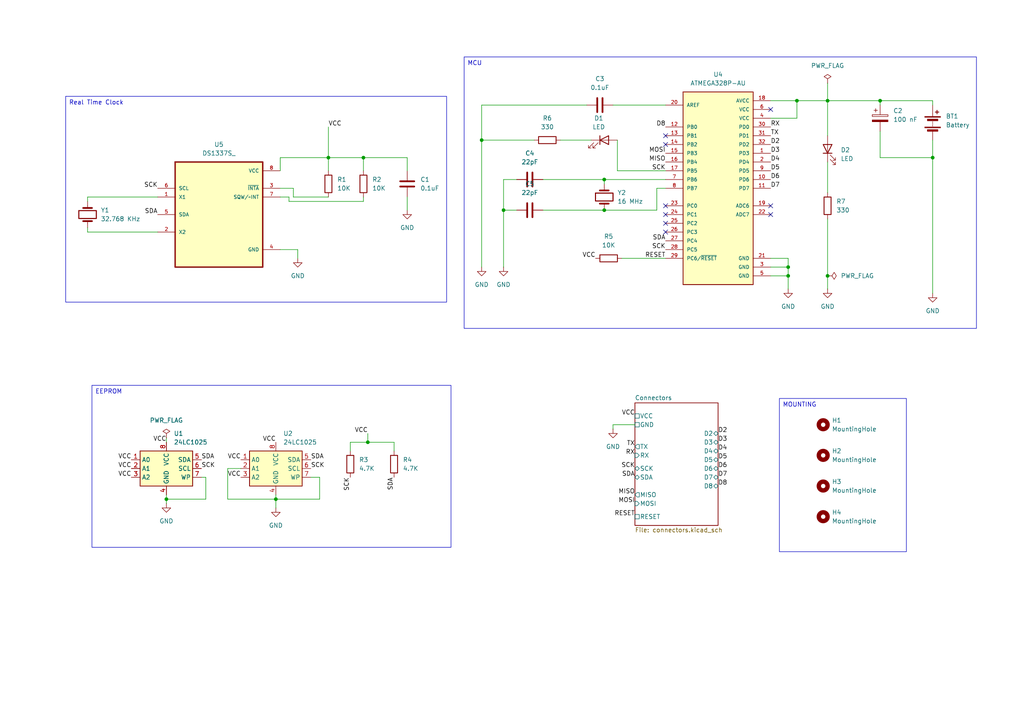
<source format=kicad_sch>
(kicad_sch (version 20250114) (generator "eeschema") (generator_version "9.0")
  (paper "A4")
  (title_block (title "${Project name}") (date "2025-05-28") (rev "1"))
  (lib_symbols
    (symbol "ATMEGA328P-AU:ATMEGA328P-AU" (pin_names (offset 1.016))
      (property "Reference" "U4" (at 0 33.02 0))
      (property "Value" "ATMEGA328P-AU" (at 0 30.48 0))
      (symbol "ATMEGA328P-AU_0_0"
        (rectangle (start -10.16 27.94) (end 10.16 -27.94) (stroke (width 0.254)) (fill (type background)))
        (pin input line (at -15.24 24.13 0) (length 5.08) (name "AREF") (number "20"))
        (pin bidirectional line (at -15.24 17.78 0) (length 5.08) (name "PB0") (number "12"))
        (pin bidirectional line (at -15.24 15.24 0) (length 5.08) (name "PB1") (number "13"))
        (pin bidirectional line (at -15.24 12.7 0) (length 5.08) (name "PB2") (number "14"))
        (pin bidirectional line (at -15.24 10.16 0) (length 5.08) (name "PB3") (number "15"))
        (pin bidirectional line (at -15.24 7.62 0) (length 5.08) (name "PB4") (number "16"))
        (pin bidirectional line (at -15.24 5.08 0) (length 5.08) (name "PB5") (number "17"))
        (pin bidirectional line (at -15.24 2.54 0) (length 5.08) (name "PB6") (number "7"))
        (pin bidirectional line (at -15.24 0 0) (length 5.08) (name "PB7") (number "8"))
        (pin bidirectional line (at -15.24 -5.08 0) (length 5.08) (name "PC0") (number "23"))
        (pin bidirectional line (at -15.24 -7.62 0) (length 5.08) (name "PC1") (number "24"))
        (pin bidirectional line (at -15.24 -10.16 0) (length 5.08) (name "PC2") (number "25"))
        (pin bidirectional line (at -15.24 -12.7 0) (length 5.08) (name "PC3") (number "26"))
        (pin bidirectional line (at -15.24 -15.24 0) (length 5.08) (name "PC4") (number "27"))
        (pin bidirectional line (at -15.24 -17.78 0) (length 5.08) (name "PC5") (number "28"))
        (pin bidirectional line (at -15.24 -20.32 0) (length 5.08) (name "PC6/~{RESET}") (number "29"))
        (pin power_in line (at 15.24 25.4 180) (length 5.08) (name "AVCC") (number "18"))
        (pin power_in line (at 15.24 22.86 180) (length 5.08) (name "VCC") (number "6"))
        (pin power_in line (at 15.24 20.32 180) (length 5.08) (name "VCC") (number "4"))
        (pin bidirectional line (at 15.24 17.78 180) (length 5.08) (name "PD0") (number "30"))
        (pin bidirectional line (at 15.24 15.24 180) (length 5.08) (name "PD1") (number "31"))
        (pin bidirectional line (at 15.24 12.7 180) (length 5.08) (name "PD2") (number "32"))
        (pin bidirectional line (at 15.24 10.16 180) (length 5.08) (name "PD3") (number "1"))
        (pin bidirectional line (at 15.24 7.62 180) (length 5.08) (name "PD4") (number "2"))
        (pin bidirectional line (at 15.24 5.08 180) (length 5.08) (name "PD5") (number "9"))
        (pin bidirectional line (at 15.24 2.54 180) (length 5.08) (name "PD6") (number "10"))
        (pin bidirectional line (at 15.24 0 180) (length 5.08) (name "PD7") (number "11"))
        (pin bidirectional line (at 15.24 -5.08 180) (length 5.08) (name "ADC6") (number "19"))
        (pin bidirectional line (at 15.24 -7.62 180) (length 5.08) (name "ADC7") (number "22"))
        (pin power_in line (at 15.24 -20.32 180) (length 5.08) (name "GND") (number "21"))
        (pin power_in line (at 15.24 -22.86 180) (length 5.08) (name "GND") (number "3"))
        (pin power_in line (at 15.24 -25.4 180) (length 5.08) (name "GND") (number "5"))
      )
    )
    (symbol "DS1337S_:DS1337S_" (pin_names (offset 1.016))
      (property "Reference" "U" (at -12.7 16.24 0))
      (property "Value" "DS1337S_" (at -12.7 -19.24 0))
      (symbol "DS1337S__0_0"
        (rectangle (start -12.7 -15.24) (end 12.7 15.24) (stroke (width 0.41)) (fill (type background)))
        (pin input line (at -17.78 7.62 0) (length 5.08) (name "SCL") (number "6"))
        (pin input line (at -17.78 5.08 0) (length 5.08) (name "X1") (number "1"))
        (pin bidirectional line (at -17.78 0 0) (length 5.08) (name "SDA") (number "5"))
        (pin bidirectional line (at -17.78 -5.08 0) (length 5.08) (name "X2") (number "2"))
        (pin power_in line (at 17.78 12.7 180) (length 5.08) (name "VCC") (number "8"))
        (pin output line (at 17.78 7.62 180) (length 5.08) (name "~{INTA}") (number "3"))
        (pin output line (at 17.78 5.08 180) (length 5.08) (name "SQW/~INT") (number "7"))
        (pin power_in line (at 17.78 -10.16 180) (length 5.08) (name "GND") (number "4"))
      )
    )
    (symbol "Device:Battery" (pin_numbers (hide yes)) (pin_names (offset 0) (hide yes))
      (property "Reference" "BT" (at 2.54 2.54 0))
      (property "Value" "Battery" (at 2.54 0 0))
      (symbol "Battery_0_1"
        (rectangle (start -2.286 1.778) (end 2.286 1.524) (fill (type outline)))
        (rectangle (start -2.286 -1.27) (end 2.286 -1.524) (fill (type outline)))
        (rectangle (start -1.524 1.016) (end 1.524 0.508) (fill (type outline)))
        (rectangle (start -1.524 -2.032) (end 1.524 -2.54) (fill (type outline)))
        (polyline (pts (xy 0 1.778) (xy 0 2.54)))
        (polyline (pts (xy 0 0) (xy 0 0.254)))
        (polyline (pts (xy 0 -0.508) (xy 0 -0.254)))
        (polyline (pts (xy 0 -1.016) (xy 0 -0.762)))
        (polyline (pts (xy 0.762 3.048) (xy 1.778 3.048)) (stroke (width 0.254)))
        (polyline (pts (xy 1.27 3.556) (xy 1.27 2.54)) (stroke (width 0.254)))
      )
      (symbol "Battery_1_1"
        (pin passive line (at 0 5.08 270) (length 2.54) (name "+") (number "1"))
        (pin passive line (at 0 -5.08 90) (length 2.54) (name "-") (number "2"))
      )
    )
    (symbol "Device:C" (pin_numbers (hide yes)) (pin_names (offset 0.254))
      (property "Reference" "C" (at 0.635 2.54 0))
      (property "Value" "C" (at 0.635 -2.54 0))
      (symbol "C_0_1"
        (polyline (pts (xy -2.032 0.762) (xy 2.032 0.762)) (stroke (width 0.508)))
        (polyline (pts (xy -2.032 -0.762) (xy 2.032 -0.762)) (stroke (width 0.508)))
      )
      (symbol "C_1_1"
        (pin passive line (at 0 3.81 270) (length 2.794) (name "~") (number "1"))
        (pin passive line (at 0 -3.81 90) (length 2.794) (name "~") (number "2"))
      )
    )
    (symbol "Device:C_Polarized" (pin_numbers (hide yes)) (pin_names (offset 0.254))
      (property "Reference" "C" (at 0.635 2.54 0))
      (property "Value" "C_Polarized" (at 0.635 -2.54 0))
      (symbol "C_Polarized_0_1"
        (rectangle (start -2.286 0.508) (end 2.286 1.016))
        (polyline (pts (xy -1.778 2.286) (xy -0.762 2.286)))
        (polyline (pts (xy -1.27 2.794) (xy -1.27 1.778)))
        (rectangle (start 2.286 -0.508) (end -2.286 -1.016) (fill (type outline)))
      )
      (symbol "C_Polarized_1_1"
        (pin passive line (at 0 3.81 270) (length 2.794) (name "~") (number "1"))
        (pin passive line (at 0 -3.81 90) (length 2.794) (name "~") (number "2"))
      )
    )
    (symbol "Device:Crystal" (pin_numbers (hide yes)) (pin_names (offset 1.016) (hide yes))
      (property "Reference" "Y" (at 0 3.81 0))
      (property "Value" "Crystal" (at 0 -3.81 0))
      (symbol "Crystal_0_1"
        (polyline (pts (xy -2.54 0) (xy -1.905 0)))
        (polyline (pts (xy -1.905 -1.27) (xy -1.905 1.27)) (stroke (width 0.508)))
        (rectangle (start -1.143 2.54) (end 1.143 -2.54) (stroke (width 0.3048)))
        (polyline (pts (xy 1.905 -1.27) (xy 1.905 1.27)) (stroke (width 0.508)))
        (polyline (pts (xy 2.54 0) (xy 1.905 0)))
      )
      (symbol "Crystal_1_1"
        (pin passive line (at -3.81 0 0) (length 1.27) (name "1") (number "1"))
        (pin passive line (at 3.81 0 180) (length 1.27) (name "2") (number "2"))
      )
    )
    (symbol "Device:LED" (pin_numbers (hide yes)) (pin_names (offset 1.016) (hide yes))
      (property "Reference" "D" (at 0 2.54 0))
      (property "Value" "LED" (at 0 -2.54 0))
      (symbol "LED_0_1"
        (polyline (pts (xy -3.048 -0.762) (xy -4.572 -2.286) (xy -3.81 -2.286) (xy -4.572 -2.286) (xy -4.572 -1.524)))
        (polyline (pts (xy -1.778 -0.762) (xy -3.302 -2.286) (xy -2.54 -2.286) (xy -3.302 -2.286) (xy -3.302 -1.524)))
        (polyline (pts (xy -1.27 0) (xy 1.27 0)))
        (polyline (pts (xy -1.27 -1.27) (xy -1.27 1.27)) (stroke (width 0.254)))
        (polyline (pts (xy 1.27 -1.27) (xy 1.27 1.27) (xy -1.27 0) (xy 1.27 -1.27)) (stroke (width 0.254)))
      )
      (symbol "LED_1_1"
        (pin passive line (at -3.81 0 0) (length 2.54) (name "K") (number "1"))
        (pin passive line (at 3.81 0 180) (length 2.54) (name "A") (number "2"))
      )
    )
    (symbol "Device:R" (pin_numbers (hide yes)) (pin_names (offset 0))
      (property "Reference" "R" (at 2.032 0 90))
      (property "Value" "R" (at 0 0 90))
      (symbol "R_0_1"
        (rectangle (start -1.016 -2.54) (end 1.016 2.54) (stroke (width 0.254)))
      )
      (symbol "R_1_1"
        (pin passive line (at 0 3.81 270) (length 1.27) (name "~") (number "1"))
        (pin passive line (at 0 -3.81 90) (length 1.27) (name "~") (number "2"))
      )
    )
    (symbol "Mechanical:MountingHole" (pin_names (offset 1.016)) (in_bom no)
      (property "Reference" "H" (at 0 5.08 0))
      (property "Value" "MountingHole" (at 0 3.175 0))
      (symbol "MountingHole_0_1"
        (circle (center 0 0) (radius 1.27) (stroke (width 1.27)))
      )
    )
    (symbol "Memory_EEPROM:24LC1025"
      (property "Reference" "U" (at -6.35 6.35 0))
      (property "Value" "24LC1025" (at 1.27 6.35 0))
      (symbol "24LC1025_1_1"
        (rectangle (start -7.62 5.08) (end 7.62 -5.08) (stroke (width 0.254)) (fill (type background)))
        (pin input line (at -10.16 2.54 0) (length 2.54) (name "A0") (number "1"))
        (pin input line (at -10.16 0 0) (length 2.54) (name "A1") (number "2"))
        (pin input line (at -10.16 -2.54 0) (length 2.54) (name "A2") (number "3"))
        (pin power_in line (at 0 7.62 270) (length 2.54) (name "VCC") (number "8"))
        (pin power_in line (at 0 -7.62 90) (length 2.54) (name "GND") (number "4"))
        (pin bidirectional line (at 10.16 2.54 180) (length 2.54) (name "SDA") (number "5"))
        (pin input line (at 10.16 0 180) (length 2.54) (name "SCL") (number "6"))
        (pin input line (at 10.16 -2.54 180) (length 2.54) (name "WP") (number "7"))
      )
    )
    (symbol "power:GND" (power) (pin_numbers (hide yes)) (pin_names (offset 0) (hide yes))
      (property "Value" "GND" (at 0 -3.81 0))
      (symbol "GND_0_1"
        (polyline (pts (xy 0 0) (xy 0 -1.27) (xy 1.27 -1.27) (xy 0 -2.54) (xy -1.27 -1.27) (xy 0 -1.27)))
      )
      (symbol "GND_1_1"
        (pin power_in line (at 0 0 270) (length 0) (name "~") (number "1"))
      )
    )
    (symbol "power:PWR_FLAG" (power) (pin_numbers (hide yes)) (pin_names (offset 0) (hide yes))
      (property "Value" "PWR_FLAG" (at 0 3.81 0))
      (symbol "PWR_FLAG_0_0"
        (pin power_out line (at 0 0 90) (length 0) (name "~") (number "1"))
      )
      (symbol "PWR_FLAG_0_1"
        (polyline (pts (xy 0 0) (xy 0 1.27) (xy -1.016 1.905) (xy 0 2.54) (xy 1.016 1.905) (xy 0 1.27)))
      )
    )
  )
  (text_box "Real Time Clock" (at 19.05 27.94 0) (size 110.49 59.69) (margins 0.9525 0.9525 0.9525 0.9525) (effects (font (size 1.27 1.27)) (justify left top)))
  (text_box "MCU\n" (at 134.62 16.51 0) (size 148.59 78.74) (margins 0.9525 0.9525 0.9525 0.9525) (effects (font (size 1.27 1.27)) (justify left top)))
  (text_box "MOUNTING" (at 226.06 115.57 0) (size 36.83 44.45) (margins 0.9525 0.9525 0.9525 0.9525) (effects (font (size 1.27 1.27)) (justify left top)))
  (text_box "EEPROM" (at 26.67 111.76 0) (size 104.14 46.99) (margins 0.9525 0.9525 0.9525 0.9525) (effects (font (size 1.27 1.27)) (justify left top)))
  (junction (at 231.14 29.21))
  (junction (at 95.25 45.72))
  (junction (at 255.27 29.21))
  (junction (at 240.03 29.21))
  (junction (at 146.05 60.96))
  (junction (at 139.7 40.64))
  (junction (at 270.51 45.72))
  (junction (at 175.26 60.96))
  (junction (at 80.01 144.78))
  (junction (at 48.26 144.78))
  (junction (at 228.6 80.01))
  (junction (at 106.68 128.27))
  (junction (at 105.41 45.72))
  (junction (at 240.03 80.01))
  (junction (at 175.26 52.07))
  (junction (at 228.6 77.47))
  (no_connect (at 193.04 62.23))
  (no_connect (at 223.52 31.75))
  (no_connect (at 193.04 67.31))
  (no_connect (at 193.04 64.77))
  (no_connect (at 193.04 59.69))
  (no_connect (at 223.52 62.23))
  (no_connect (at 193.04 39.37))
  (no_connect (at 193.04 41.91))
  (no_connect (at 223.52 59.69))
  (wire (pts (xy 25.4 67.31) (xy 25.4 66.04)))
  (wire (pts (xy 101.6 128.27) (xy 106.68 128.27)))
  (wire (pts (xy 83.82 57.15) (xy 83.82 58.42)))
  (wire (pts (xy 48.26 127) (xy 48.26 128.27)))
  (wire (pts (xy 48.26 143.51) (xy 48.26 144.78)))
  (wire (pts (xy 48.26 144.78) (xy 48.26 146.05)))
  (wire (pts (xy 154.94 40.64) (xy 139.7 40.64)))
  (wire (pts (xy 231.14 34.29) (xy 231.14 29.21)))
  (wire (pts (xy 270.51 40.64) (xy 270.51 45.72)))
  (wire (pts (xy 255.27 29.21) (xy 270.51 29.21)))
  (wire (pts (xy 45.72 57.15) (xy 25.4 57.15)))
  (wire (pts (xy 177.8 123.19) (xy 184.15 123.19)))
  (wire (pts (xy 162.56 40.64) (xy 171.45 40.64)))
  (wire (pts (xy 255.27 45.72) (xy 270.51 45.72)))
  (wire (pts (xy 66.04 135.89) (xy 66.04 144.78)))
  (wire (pts (xy 190.5 60.96) (xy 190.5 54.61)))
  (wire (pts (xy 95.25 45.72) (xy 105.41 45.72)))
  (wire (pts (xy 81.28 54.61) (xy 85.09 54.61)))
  (wire (pts (xy 48.26 144.78) (xy 59.69 144.78)))
  (wire (pts (xy 86.36 72.39) (xy 86.36 74.93)))
  (wire (pts (xy 105.41 45.72) (xy 105.41 49.53)))
  (wire (pts (xy 69.85 135.89) (xy 66.04 135.89)))
  (wire (pts (xy 139.7 40.64) (xy 139.7 77.47)))
  (wire (pts (xy 228.6 80.01) (xy 228.6 83.82)))
  (wire (pts (xy 228.6 77.47) (xy 228.6 80.01)))
  (wire (pts (xy 146.05 52.07) (xy 146.05 60.96)))
  (wire (pts (xy 118.11 57.15) (xy 118.11 60.96)))
  (wire (pts (xy 157.48 52.07) (xy 175.26 52.07)))
  (wire (pts (xy 95.25 36.83) (xy 95.25 45.72)))
  (wire (pts (xy 105.41 45.72) (xy 118.11 45.72)))
  (wire (pts (xy 95.25 45.72) (xy 95.25 49.53)))
  (wire (pts (xy 90.17 138.43) (xy 92.71 138.43)))
  (wire (pts (xy 223.52 80.01) (xy 228.6 80.01)))
  (wire (pts (xy 179.07 40.64) (xy 179.07 49.53)))
  (wire (pts (xy 177.8 124.46) (xy 177.8 123.19)))
  (wire (pts (xy 59.69 138.43) (xy 59.69 144.78)))
  (wire (pts (xy 149.86 52.07) (xy 146.05 52.07)))
  (wire (pts (xy 179.07 49.53) (xy 193.04 49.53)))
  (wire (pts (xy 146.05 60.96) (xy 146.05 77.47)))
  (wire (pts (xy 157.48 60.96) (xy 175.26 60.96)))
  (wire (pts (xy 223.52 77.47) (xy 228.6 77.47)))
  (wire (pts (xy 146.05 60.96) (xy 149.86 60.96)))
  (wire (pts (xy 118.11 45.72) (xy 118.11 49.53)))
  (wire (pts (xy 80.01 144.78) (xy 80.01 147.32)))
  (wire (pts (xy 255.27 29.21) (xy 255.27 30.48)))
  (wire (pts (xy 105.41 57.15) (xy 105.41 58.42)))
  (wire (pts (xy 175.26 53.34) (xy 175.26 52.07)))
  (wire (pts (xy 66.04 144.78) (xy 80.01 144.78)))
  (wire (pts (xy 175.26 60.96) (xy 190.5 60.96)))
  (wire (pts (xy 180.34 74.93) (xy 193.04 74.93)))
  (wire (pts (xy 177.8 30.48) (xy 193.04 30.48)))
  (wire (pts (xy 114.3 128.27) (xy 114.3 130.81)))
  (wire (pts (xy 223.52 34.29) (xy 231.14 34.29)))
  (wire (pts (xy 240.03 29.21) (xy 240.03 39.37)))
  (wire (pts (xy 81.28 49.53) (xy 81.28 45.72)))
  (wire (pts (xy 106.68 125.73) (xy 106.68 128.27)))
  (wire (pts (xy 223.52 29.21) (xy 231.14 29.21)))
  (wire (pts (xy 106.68 128.27) (xy 114.3 128.27)))
  (wire (pts (xy 270.51 30.48) (xy 270.51 29.21)))
  (wire (pts (xy 83.82 58.42) (xy 105.41 58.42)))
  (wire (pts (xy 175.26 52.07) (xy 193.04 52.07)))
  (wire (pts (xy 58.42 138.43) (xy 59.69 138.43)))
  (wire (pts (xy 240.03 46.99) (xy 240.03 55.88)))
  (wire (pts (xy 81.28 57.15) (xy 83.82 57.15)))
  (wire (pts (xy 240.03 80.01) (xy 240.03 83.82)))
  (wire (pts (xy 85.09 57.15) (xy 95.25 57.15)))
  (wire (pts (xy 223.52 74.93) (xy 228.6 74.93)))
  (wire (pts (xy 240.03 29.21) (xy 255.27 29.21)))
  (wire (pts (xy 25.4 57.15) (xy 25.4 58.42)))
  (wire (pts (xy 92.71 138.43) (xy 92.71 144.78)))
  (wire (pts (xy 231.14 29.21) (xy 240.03 29.21)))
  (wire (pts (xy 240.03 24.13) (xy 240.03 29.21)))
  (wire (pts (xy 81.28 45.72) (xy 95.25 45.72)))
  (wire (pts (xy 139.7 30.48) (xy 139.7 40.64)))
  (wire (pts (xy 80.01 143.51) (xy 80.01 144.78)))
  (wire (pts (xy 270.51 45.72) (xy 270.51 85.09)))
  (wire (pts (xy 81.28 72.39) (xy 86.36 72.39)))
  (wire (pts (xy 101.6 130.81) (xy 101.6 128.27)))
  (wire (pts (xy 85.09 54.61) (xy 85.09 57.15)))
  (wire (pts (xy 45.72 67.31) (xy 25.4 67.31)))
  (wire (pts (xy 80.01 144.78) (xy 92.71 144.78)))
  (wire (pts (xy 170.18 30.48) (xy 139.7 30.48)))
  (wire (pts (xy 255.27 38.1) (xy 255.27 45.72)))
  (wire (pts (xy 228.6 74.93) (xy 228.6 77.47)))
  (wire (pts (xy 240.03 63.5) (xy 240.03 80.01)))
  (wire (pts (xy 190.5 54.61) (xy 193.04 54.61)))
  (label "TX" (at 184.15 129.54 180))
  (label "VCC" (at 38.1 135.89 180))
  (label "SCK" (at 90.17 135.89 0))
  (label "RESET" (at 184.15 149.86 180))
  (label "D6" (at 208.28 135.89 0))
  (label "D6" (at 223.52 52.07 0))
  (label "RX" (at 184.15 132.08 180))
  (label "MOSI" (at 193.04 44.45 180))
  (label "SDA" (at 114.3 138.43 270))
  (label "VCC" (at 106.68 125.73 180))
  (label "MOSI" (at 184.15 146.05 180))
  (label "SCK" (at 101.6 138.43 270))
  (label "VCC" (at 69.85 133.35 180))
  (label "VCC" (at 80.01 128.27 180))
  (label "VCC" (at 172.72 74.93 180))
  (label "D4" (at 208.28 130.81 0))
  (label "MISO" (at 184.15 143.51 180))
  (label "TX" (at 223.52 39.37 0))
  (label "SCK" (at 184.15 135.89 180))
  (label "D4" (at 223.52 46.99 0))
  (label "VCC" (at 95.25 36.83 0) (property "Netclass" "Power" (effects (hide yes))))
  (label "D8" (at 193.04 36.83 180))
  (label "RESET" (at 193.04 74.93 180))
  (label "VCC" (at 38.1 133.35 180))
  (label "D5" (at 223.52 49.53 0))
  (label "SDA" (at 193.04 69.85 180))
  (label "D7" (at 223.52 54.61 0))
  (label "VCC" (at 38.1 138.43 180))
  (label "SCK" (at 45.72 54.61 180))
  (label "SDA" (at 90.17 133.35 0))
  (label "RX" (at 223.52 36.83 0))
  (label "VCC" (at 184.15 120.65 180))
  (label "SCK" (at 193.04 72.39 180))
  (label "SCK" (at 193.04 49.53 180))
  (label "SDA" (at 45.72 62.23 180))
  (label "D8" (at 208.28 140.97 0))
  (label "D5" (at 208.28 133.35 0))
  (label "VCC" (at 48.26 128.27 180))
  (label "D2" (at 208.28 125.73 0))
  (label "SCK" (at 58.42 135.89 0))
  (label "MISO" (at 193.04 46.99 180))
  (label "SDA" (at 58.42 133.35 0))
  (label "D2" (at 223.52 41.91 0))
  (label "D3" (at 223.52 44.45 0))
  (label "D7" (at 208.28 138.43 0))
  (label "SDA" (at 184.15 138.43 180))
  (label "VCC" (at 69.85 138.43 180))
  (label "D3" (at 208.28 128.27 0))
  (symbol (lib_id "Device:C") (at 153.67 60.96 90) (unit 1)
    (property "Reference" "C5" (at 153.67 53.34 90))
    (property "Value" "22pF" (at 153.67 55.88 90))
    (property "Footprint" "Capacitor_SMD:C_0805_2012Metric" (effects (hide yes)))
    (property "Description" "Unpolarized capacitor" (effects (hide yes)))
  )
  (symbol (lib_id "Device:R") (at 176.53 74.93 90) (unit 1)
    (property "Reference" "R5" (at 176.53 68.58 90))
    (property "Value" "10K" (at 176.53 71.12 90))
    (property "Footprint" "Resistor_SMD:R_0805_2012Metric" (effects (hide yes)))
    (property "Description" "Resistor" (effects (hide yes)))
  )
  (symbol (lib_id "Device:Battery") (at 270.51 35.56 0) (unit 1)
    (property "Reference" "BT1" (at 274.32 33.7184 0) (effects (justify left)))
    (property "Value" "Battery" (at 274.32 36.2584 0) (effects (justify left)))
    (property "Footprint" "Connector_PinHeader_2.54mm:PinHeader_1x02_P2.54mm_Vertical" (effects (hide yes)))
    (property "Description" "Multiple-cell battery" (effects (hide yes)))
  )
  (symbol (lib_id "power:GND") (at 139.7 77.47 0) (unit 1)
    (property "Reference" "#PWR06" (effects (hide yes)))
    (property "Value" "GND" (at 139.7 82.55 0))
    (property "Description" "Power symbol creates a global label with name \"GND\" , ground" (effects (hide yes)))
  )
  (symbol (lib_id "power:GND") (at 48.26 146.05 0) (unit 1)
    (property "Reference" "#PWR03" (effects (hide yes)))
    (property "Value" "GND" (at 48.26 151.13 0))
    (property "Description" "Power symbol creates a global label with name \"GND\" , ground" (effects (hide yes)))
  )
  (symbol (lib_id "Mechanical:MountingHole") (at 238.76 123.19 0) (unit 1) (in_bom no)
    (property "Reference" "H1" (at 241.3 121.9199 0) (effects (justify left)))
    (property "Value" "MountingHole" (at 241.3 124.4599 0) (effects (justify left)))
    (property "Footprint" "MountingHole:MountingHole_2.1mm" (effects (hide yes)))
    (property "Description" "Mounting Hole without connection" (effects (hide yes)))
  )
  (symbol (lib_id "Device:R") (at 240.03 59.69 0) (unit 1)
    (property "Reference" "R7" (at 242.57 58.4199 0) (effects (justify left)))
    (property "Value" "330" (at 242.57 60.9599 0) (effects (justify left)))
    (property "Footprint" "Resistor_SMD:R_0805_2012Metric" (effects (hide yes)))
    (property "Description" "Resistor" (effects (hide yes)))
  )
  (symbol (lib_id "power:GND") (at 146.05 77.47 0) (unit 1)
    (property "Reference" "#PWR05" (effects (hide yes)))
    (property "Value" "GND" (at 146.05 82.55 0))
    (property "Description" "Power symbol creates a global label with name \"GND\" , ground" (effects (hide yes)))
  )
  (symbol (lib_id "Device:C") (at 153.67 52.07 90) (unit 1)
    (property "Reference" "C4" (at 153.67 44.45 90))
    (property "Value" "22pF" (at 153.67 46.99 90))
    (property "Footprint" "Capacitor_SMD:C_0805_2012Metric" (effects (hide yes)))
    (property "Description" "Unpolarized capacitor" (effects (hide yes)))
  )
  (symbol (lib_id "Device:R") (at 95.25 53.34 0) (unit 1)
    (property "Reference" "R1" (at 97.79 52.0699 0) (effects (justify left)))
    (property "Value" "10K" (at 97.79 54.6099 0) (effects (justify left)))
    (property "Footprint" "Resistor_SMD:R_0805_2012Metric" (effects (hide yes)))
    (property "Description" "Resistor" (effects (hide yes)))
  )
  (symbol (lib_id "Mechanical:MountingHole") (at 238.76 132.08 0) (unit 1) (in_bom no)
    (property "Reference" "H2" (at 241.3 130.8099 0) (effects (justify left)))
    (property "Value" "MountingHole" (at 241.3 133.3499 0) (effects (justify left)))
    (property "Footprint" "MountingHole:MountingHole_2.1mm" (effects (hide yes)))
    (property "Description" "Mounting Hole without connection" (effects (hide yes)))
  )
  (symbol (lib_id "Mechanical:MountingHole") (at 238.76 149.86 0) (unit 1) (in_bom no)
    (property "Reference" "H4" (at 241.3 148.5899 0) (effects (justify left)))
    (property "Value" "MountingHole" (at 241.3 151.1299 0) (effects (justify left)))
    (property "Footprint" "MountingHole:MountingHole_2.1mm" (effects (hide yes)))
    (property "Description" "Mounting Hole without connection" (effects (hide yes)))
  )
  (symbol (lib_id "DS1337S_:DS1337S_") (at 63.5 62.23 0) (unit 1)
    (property "Reference" "U5" (at 63.5 41.91 0))
    (property "Value" "DS1337S_" (at 63.5 44.45 0))
    (property "Footprint" "DS1337S_:SOIC127P600X175-8N" (effects (hide yes)))
    (property "MF" "Maxim Integrated Products" (effects (hide yes)))
    (property "Description_1" "Real Time Clock (RTC) IC Clock/Calendar I2C, 2-Wire Serial 8-SOIC (0.154, 3.90mm Width)" (effects (hide yes)))
    (property "Package" "SOIC-8 Maxim" (effects (hide yes)))
    (property "Price" "None" (effects (hide yes)))
    (property "SnapEDA_Link" "https://www.snapeda.com/parts/DS1337S+/Maxim+Integrated/view-part/?ref=snap" (effects (hide yes)))
    (property "MP" "DS1337S+" (effects (hide yes)))
    (property "Availability" "In Stock" (effects (hide yes)))
    (property "Check_prices" "https://www.snapeda.com/parts/DS1337S+/Maxim+Integrated/view-part/?ref=eda" (effects (hide yes)))
  )
  (symbol (lib_id "Device:R") (at 105.41 53.34 0) (unit 1)
    (property "Reference" "R2" (at 107.95 52.0699 0) (effects (justify left)))
    (property "Value" "10K" (at 107.95 54.6099 0) (effects (justify left)))
    (property "Footprint" "Resistor_SMD:R_0805_2012Metric" (effects (hide yes)))
    (property "Description" "Resistor" (effects (hide yes)))
  )
  (symbol (lib_id "power:GND") (at 118.11 60.96 0) (unit 1)
    (property "Reference" "#PWR01" (effects (hide yes)))
    (property "Value" "GND" (at 118.11 66.04 0))
    (property "Description" "Power symbol creates a global label with name \"GND\" , ground" (effects (hide yes)))
  )
  (symbol (lib_id "power:GND") (at 86.36 74.93 0) (unit 1)
    (property "Reference" "#PWR02" (effects (hide yes)))
    (property "Value" "GND" (at 86.36 80.01 0))
    (property "Description" "Power symbol creates a global label with name \"GND\" , ground" (effects (hide yes)))
  )
  (symbol (lib_id "Device:LED") (at 240.03 43.18 90) (unit 1)
    (property "Reference" "D2" (at 243.84 43.4974 90) (effects (justify right)))
    (property "Value" "LED" (at 243.84 46.0374 90) (effects (justify right)))
    (property "Footprint" "LED_SMD:LED_0805_2012Metric" (effects (hide yes)))
    (property "Description" "Light emitting diode" (effects (hide yes)))
    (property "Sim.Pins" "1=K 2=A" (effects (hide yes)))
  )
  (symbol (lib_id "Device:C") (at 173.99 30.48 90) (unit 1)
    (property "Reference" "C3" (at 173.99 22.86 90))
    (property "Value" "0.1uF" (at 173.99 25.4 90))
    (property "Footprint" "Capacitor_SMD:C_0805_2012Metric" (effects (hide yes)))
    (property "Description" "Unpolarized capacitor" (effects (hide yes)))
  )
  (symbol (lib_id "Device:R") (at 114.3 134.62 0) (unit 1)
    (property "Reference" "R4" (at 116.84 133.3499 0) (effects (justify left)))
    (property "Value" "4.7K" (at 116.84 135.8899 0) (effects (justify left)))
    (property "Footprint" "Resistor_SMD:R_0805_2012Metric" (effects (hide yes)))
    (property "Description" "Resistor" (effects (hide yes)))
  )
  (symbol (lib_id "power:PWR_FLAG") (at 48.26 127 0) (unit 1)
    (property "Reference" "#FLG03" (effects (hide yes)))
    (property "Value" "PWR_FLAG" (at 48.26 121.92 0))
    (property "Description" "Special symbol for telling ERC where power comes from" (effects (hide yes)))
  )
  (symbol (lib_id "Memory_EEPROM:24LC1025") (at 48.26 135.89 0) (unit 1)
    (property "Reference" "U1" (at 50.4033 125.73 0) (effects (justify left)))
    (property "Value" "24LC1025" (at 50.4033 128.27 0) (effects (justify left)))
    (property "Footprint" "Package_SO:SOIC-8_5.3x5.3mm_P1.27mm" (effects (hide yes)))
    (property "Datasheet" "http://ww1.microchip.com/downloads/en/DeviceDoc/21941B.pdf" (effects (hide yes)))
    (property "Description" "I2C Serial EEPROM, 1024Kb, DIP-8/SOIC-8/TSSOP-8/DFN-8" (effects (hide yes)))
  )
  (symbol (lib_id "power:GND") (at 240.03 83.82 0) (unit 1)
    (property "Reference" "#PWR07" (effects (hide yes)))
    (property "Value" "GND" (at 240.03 88.9 0))
    (property "Description" "Power symbol creates a global label with name \"GND\" , ground" (effects (hide yes)))
  )
  (symbol (lib_id "Device:R") (at 158.75 40.64 90) (unit 1)
    (property "Reference" "R6" (at 158.75 34.29 90))
    (property "Value" "330" (at 158.75 36.83 90))
    (property "Footprint" "Resistor_SMD:R_0805_2012Metric" (effects (hide yes)))
    (property "Description" "Resistor" (effects (hide yes)))
  )
  (symbol (lib_id "Mechanical:MountingHole") (at 238.76 140.97 0) (unit 1) (in_bom no)
    (property "Reference" "H3" (at 241.3 139.6999 0) (effects (justify left)))
    (property "Value" "MountingHole" (at 241.3 142.2399 0) (effects (justify left)))
    (property "Footprint" "MountingHole:MountingHole_2.1mm" (effects (hide yes)))
    (property "Description" "Mounting Hole without connection" (effects (hide yes)))
  )
  (symbol (lib_id "power:PWR_FLAG") (at 240.03 24.13 0) (unit 1)
    (property "Reference" "#FLG01" (effects (hide yes)))
    (property "Value" "PWR_FLAG" (at 240.03 19.05 0))
    (property "Description" "Special symbol for telling ERC where power comes from" (effects (hide yes)))
  )
  (symbol (lib_id "Device:C") (at 118.11 53.34 0) (unit 1)
    (property "Reference" "C1" (at 121.92 52.0699 0) (effects (justify left)))
    (property "Value" "0.1uF" (at 121.92 54.6099 0) (effects (justify left)))
    (property "Footprint" "Capacitor_SMD:C_0805_2012Metric" (effects (hide yes)))
    (property "Description" "Unpolarized capacitor" (effects (hide yes)))
  )
  (symbol (lib_id "Device:Crystal") (at 175.26 57.15 90) (unit 1)
    (property "Reference" "Y2" (at 179.07 55.8799 90) (effects (justify right)))
    (property "Value" "16 MHz" (at 179.07 58.4199 90) (effects (justify right)))
    (property "Footprint" "Crystal:Crystal_SMD_5032-2Pin_5.0x3.2mm_HandSoldering" (effects (hide yes)))
    (property "Description" "Two pin crystal" (effects (hide yes)))
  )
  (symbol (lib_id "Device:LED") (at 175.26 40.64 0) (unit 1)
    (property "Reference" "D1" (at 173.6725 34.29 0))
    (property "Value" "LED" (at 173.6725 36.83 0))
    (property "Footprint" "LED_SMD:LED_0805_2012Metric" (effects (hide yes)))
    (property "Description" "Light emitting diode" (effects (hide yes)))
    (property "Sim.Pins" "1=K 2=A" (effects (hide yes)))
  )
  (symbol (lib_id "power:GND") (at 80.01 147.32 0) (unit 1)
    (property "Reference" "#PWR04" (effects (hide yes)))
    (property "Value" "GND" (at 80.01 152.4 0))
    (property "Description" "Power symbol creates a global label with name \"GND\" , ground" (effects (hide yes)))
  )
  (symbol (lib_id "Memory_EEPROM:24LC1025") (at 80.01 135.89 0) (unit 1)
    (property "Reference" "U2" (at 82.1533 125.73 0) (effects (justify left)))
    (property "Value" "24LC1025" (at 82.1533 128.27 0) (effects (justify left)))
    (property "Footprint" "Package_SO:SOIC-8_5.3x5.3mm_P1.27mm" (effects (hide yes)))
    (property "Datasheet" "http://ww1.microchip.com/downloads/en/DeviceDoc/21941B.pdf" (effects (hide yes)))
    (property "Description" "I2C Serial EEPROM, 1024Kb, DIP-8/SOIC-8/TSSOP-8/DFN-8" (effects (hide yes)))
  )
  (symbol (lib_id "Device:C_Polarized") (at 255.27 34.29 0) (unit 1)
    (property "Reference" "C2" (at 259.08 32.1309 0) (effects (justify left)))
    (property "Value" "100 nF" (at 259.08 34.6709 0) (effects (justify left)))
    (property "Footprint" "Capacitor_SMD:C_0805_2012Metric" (effects (hide yes)))
    (property "Description" "Polarized capacitor" (effects (hide yes)))
  )
  (symbol (lib_id "power:GND") (at 270.51 85.09 0) (unit 1)
    (property "Reference" "#PWR09" (effects (hide yes)))
    (property "Value" "GND" (at 270.51 90.17 0))
    (property "Description" "Power symbol creates a global label with name \"GND\" , ground" (effects (hide yes)))
  )
  (symbol (lib_id "ATMEGA328P-AU:ATMEGA328P-AU") (at 208.28 54.61 0) (unit 1)
    (property "Reference" "U4" (at 208.28 21.59 0))
    (property "Value" "ATMEGA328P-AU" (at 208.28 24.13 0))
    (property "Footprint" "ATMEGA328P-AU:QFP80P900X900X120-32N" (effects (hide yes)))
    (property "DigiKey_Part_Number" "ATMEGA328P-AU-ND" (effects (hide yes)))
    (property "SnapEDA_Link" "https://www.snapeda.com/parts/ATMEGA328P-AU/Microchip/view-part/?ref=snap" (effects (hide yes)))
    (property "MAXIMUM_PACKAGE_HEIGHT" "1.20mm" (effects (hide yes)))
    (property "Package" "TQFP-32 Microchip" (effects (hide yes)))
    (property "Check_prices" "https://www.snapeda.com/parts/ATMEGA328P-AU/Microchip/view-part/?ref=eda" (effects (hide yes)))
    (property "STANDARD" "IPC-7351B" (effects (hide yes)))
    (property "PARTREV" "8271A" (effects (hide yes)))
    (property "MF" "MICROCHIP TECH." (effects (hide yes)))
    (property "MP" "ATMEGA328P-AU" (effects (hide yes)))
    (property "Description_1" "MCU 8-bit - AVR ATmega Family ATmega328 Series Microcontrollers - 20 MHz - 32 KB - 2 KB - 32 Pins." (effects (hide yes)))
    (property "MANUFACTURER" "Microchip" (effects (hide yes)))
  )
  (symbol (lib_id "Device:R") (at 101.6 134.62 0) (unit 1)
    (property "Reference" "R3" (at 104.14 133.3499 0) (effects (justify left)))
    (property "Value" "4.7K" (at 104.14 135.8899 0) (effects (justify left)))
    (property "Footprint" "Resistor_SMD:R_0805_2012Metric" (effects (hide yes)))
    (property "Description" "Resistor" (effects (hide yes)))
  )
  (symbol (lib_id "power:GND") (at 228.6 83.82 0) (unit 1)
    (property "Reference" "#PWR08" (effects (hide yes)))
    (property "Value" "GND" (at 228.6 88.9 0))
    (property "Description" "Power symbol creates a global label with name \"GND\" , ground" (effects (hide yes)))
  )
  (symbol (lib_id "Device:Crystal") (at 25.4 62.23 90) (unit 1)
    (property "Reference" "Y1" (at 29.21 60.9599 90) (effects (justify right)))
    (property "Value" "32.768 KHz" (at 29.21 63.4999 90) (effects (justify right)))
    (property "Footprint" "Crystal:Crystal_SMD_5032-2Pin_5.0x3.2mm_HandSoldering" (effects (hide yes)))
    (property "Description" "Two pin crystal" (effects (hide yes)))
  )
  (symbol (lib_id "power:GND") (at 177.8 124.46 0) (unit 1)
    (property "Reference" "#PWR010" (effects (hide yes)))
    (property "Value" "GND" (at 177.8 129.54 0))
    (property "Description" "Power symbol creates a global label with name \"GND\" , ground" (effects (hide yes)))
  )
  (symbol (lib_id "power:PWR_FLAG") (at 240.03 80.01 270) (unit 1)
    (property "Reference" "#FLG02" (effects (hide yes)))
    (property "Value" "PWR_FLAG" (at 243.84 80.0099 90) (effects (justify left)))
    (property "Description" "Special symbol for telling ERC where power comes from" (effects (hide yes)))
  )
  (sheet (at 184.15 116.84) (size 24.13 35.56) (stroke (width 0.1524))
    (property "Sheetname" "Connectors" (at 184.15 116.1284 0) (effects (justify left bottom)))
    (property "Sheetfile" "connectors.kicad_sch" (at 184.15 152.9846 0) (effects (justify left top)))
    (pin "MOSI" input (at 184.15 146.05 180))
    (pin "D8" bidirectional (at 208.28 140.97 0))
    (pin "VCC" passive (at 184.15 120.65 180))
    (pin "RX" input (at 184.15 132.08 180))
    (pin "TX" output (at 184.15 129.54 180))
    (pin "D5" bidirectional (at 208.28 133.35 0))
    (pin "RESET" passive (at 184.15 149.86 180))
    (pin "MISO" output (at 184.15 143.51 180))
    (pin "SCK" bidirectional (at 184.15 135.89 180))
    (pin "D4" bidirectional (at 208.28 130.81 0))
    (pin "D7" bidirectional (at 208.28 138.43 0))
    (pin "D3" bidirectional (at 208.28 128.27 0))
    (pin "SDA" bidirectional (at 184.15 138.43 180))
    (pin "GND" passive (at 184.15 123.19 180))
    (pin "D6" bidirectional (at 208.28 135.89 0))
    (pin "D2" bidirectional (at 208.28 125.73 0))
  )
)
</source>
